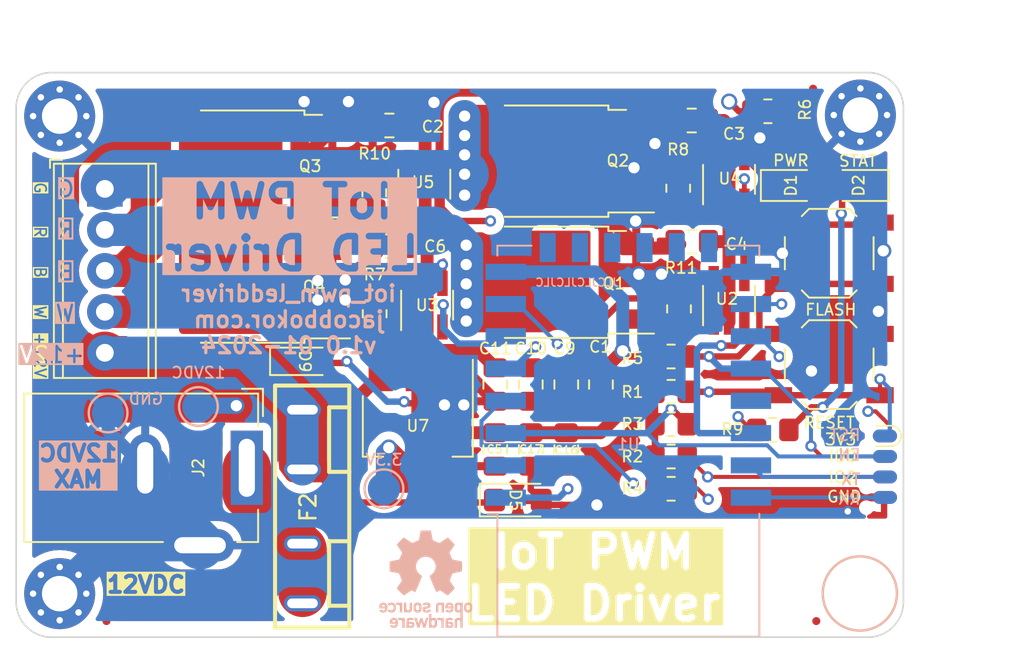
<source format=kicad_pcb>
(kicad_pcb (version 20221018) (generator pcbnew)
  (layers (0 "F.Cu" power) (1 "In1.Cu" power "In1.Cu (GND)") (2 "In2.Cu" mixed) (31 "B.Cu" signal) (34 "B.Paste" user) (35 "F.Paste" user) (36 "B.SilkS" user "B.Silkscreen") (37 "F.SilkS" user "F.Silkscreen") (38 "B.Mask" user) (39 "F.Mask" user) (44 "Edge.Cuts" user))
  (net 0 "")
  (net 1 "+3.3V")
  (net 2 "Earth")
  (net 3 "VDD")
  (net 4 "Net-(D1-A)")
  (net 5 "Net-(D2-A)")
  (net 6 "/LED Driver/LED_R_GND")
  (net 7 "/LED Driver/LED_B_GND")
  (net 8 "/LED Driver/LED_G_GND")
  (net 9 "/GPIO0")
  (net 10 "GPIO2")
  (net 11 "/RX")
  (net 12 "/TX")
  (net 13 "EN")
  (net 14 "/~{RST}")
  (net 15 "GPIO15")
  (net 16 "Net-(U4-OUT)")
  (net 17 "Net-(U1-GPIO16)")
  (net 18 "Net-(U5-OUT)")
  (net 19 "Net-(U2-OUT)")
  (net 21 "/LED Driver/LED_B")
  (net 22 "/LED Driver/LED_R")
  (net 23 "/LED Driver/LED_G")
  (net 31 "/LED Driver/LED_W_GND")
  (net 35 "/LED Driver/LED_R_G")
  (net 36 "/LED Driver/LED_G_G")
  (net 37 "/LED Driver/LED_B_G")
  (net 38 "/LED Driver/LED_W_G")
  (net 39 "Net-(U3-OUT)")
  (net 40 "/LED Driver/LED_W")
  (net 42 "/12VDC IN")
  (footprint "Capacitor_SMD:C_0805_2012Metric_Pad1.18x1.45mm_HandSolder" (layer "F.Cu") (at 139.7 68.3625 -90)
    (fp_text reference "C5")
    (fp_text value "10uF")
  )
  (footprint "Resistor_SMD:R_0805_2012Metric_Pad1.20x1.40mm_HandSolder" (layer "F.Cu") (at 150.6 68.8)
    (fp_text reference "R2")
    (fp_text value "10k" hide)
  )
  (footprint "Fiducial:Fiducial_0.5mm_Mask1mm" (layer "F.Cu") (at 159.6 79)
    (fp_text reference "FID1" hide)
    (fp_text value "Fiducial" hide)
  )
  (footprint "Capacitor_SMD:C_0805_2012Metric_Pad1.18x1.45mm_HandSolder" (layer "F.Cu") (at 151.8775 47.971667 180)
    (fp_text reference "C3")
    (fp_text value "10uF" hide)
  )
  (footprint "MountingHole:MountingHole_2.2mm_M2_ISO7380" (layer "F.Cu") (at 162.3 77.3)
    (fp_text reference "H2" hide)
    (fp_text value "Non-via mounting hole" hide)
  )
  (footprint "Capacitor_SMD:C_0805_2012Metric_Pad1.18x1.45mm_HandSolder" (layer "F.Cu") (at 141.9 64.3375 -90)
    (fp_text reference "C10")
    (fp_text value "10uF" hide)
  )
  (footprint "Package_TO_SOT_SMD:TO-252-2" (layer "F.Cu") (at 124.56 58.298333 180)
    (fp_text reference "Q4")
    (fp_text value "UMW30N06" hide)
  )
  (footprint "Capacitor_SMD:C_0805_2012Metric_Pad1.18x1.45mm_HandSolder" (layer "F.Cu") (at 139.7 64.3375 -90)
    (fp_text reference "C11")
    (fp_text value "10uF" hide)
  )
  (footprint "Resistor_SMD:R_0805_2012Metric_Pad1.20x1.40mm_HandSolder" (layer "F.Cu") (at 132.225 59.948333 -90)
    (fp_text reference "R7")
    (fp_text value "100")
  )
  (footprint "Resistor_SMD:R_0805_2012Metric_Pad1.20x1.40mm_HandSolder" (layer "F.Cu") (at 156.9 67.15 180)
    (fp_text reference "R9")
    (fp_text value "1k" hide)
  )
  (footprint "Fiducial:Fiducial_0.5mm_Mask1mm" (layer "F.Cu") (at 115.6 79)
    (fp_text reference "FID3" hide)
    (fp_text value "Fiducial" hide)
  )
  (footprint "Resistor_SMD:R_0805_2012Metric_Pad1.20x1.40mm_HandSolder" (layer "F.Cu") (at 150.6 66.8)
    (fp_text reference "R3")
    (fp_text value "10k" hide)
  )
  (footprint "Resistor_SMD:R_0805_2012Metric_Pad1.20x1.40mm_HandSolder" (layer "F.Cu") (at 150.6 62.6 180)
    (fp_text reference "R5")
    (fp_text value "10k" hide)
  )
  (footprint "Capacitor_SMD:C_0805_2012Metric_Pad1.18x1.45mm_HandSolder" (layer "F.Cu") (at 146.25 64.3375 -90)
    (fp_text reference "C1")
    (fp_text value "10uF" hide)
  )
  (footprint "Connector_BarrelJack:BarrelJack_GCT_DCJ200-10-A_Horizontal" (layer "F.Cu") (at 124.3 69.5 -90)
    (fp_text reference "J2")
    (fp_text value "12V PWR" hide)
  )
  (footprint "Button_Switch_SMD:SW_SPST_TL3342" (layer "F.Cu") (at 160.4 56.2)
    (fp_text reference "SW2" hide)
    (fp_text value "FLASH")
  )
  (footprint "Package_TO_SOT_SMD:SOT-23-5_HandSoldering" (layer "F.Cu") (at 154.19 59.12 90)
    (fp_text reference "U2")
    (fp_text value "MCP1416" hide)
  )
  (footprint "Package_TO_SOT_SMD:SOT-23-5_HandSoldering" (layer "F.Cu") (at 135.475 59.418333 90)
    (fp_text reference "U3")
    (fp_text value "MCP1416" hide)
  )
  (footprint "jmux-footprints:SOIC_clipProgESP8266" (layer "F.Cu") (at 164.605 69.43 90)
    (fp_text reference "J1" hide)
    (fp_text value "ProgConn-SOICBite" hide)
  )
  (footprint "MountingHole:MountingHole_2.2mm_M2_Pad_Via" (layer "F.Cu") (at 112.7 47.7)
    (fp_text reference "H1" hide)
    (fp_text value "MountingHole_Pad" hide)
  )
  (footprint "jmux-footprints:FUSE-TH_XF-505P" (layer "F.Cu") (at 127.75 71.9 90)
    (fp_text reference "F2")
    (fp_text value "Fuse Holder")
  )
  (footprint "Capacitor_SMD:C_0805_2012Metric_Pad1.18x1.45mm_HandSolder" (layer "F.Cu") (at 144.1 64.3375 -90)
    (fp_text reference "C9")
    (fp_text value "10uF" hide)
  )
  (footprint "Resistor_SMD:R_0805_2012Metric_Pad1.20x1.40mm_HandSolder" (layer "F.Cu") (at 156.6 47.4 180)
    (fp_text reference "R6")
    (fp_text value "1k" hide)
  )
  (footprint "Diode_SMD:D_SOD-323_HandSoldering" (layer "F.Cu") (at 127.75 62.9)
    (fp_text reference "D9")
    (fp_text value "1N5819WS" hide)
  )
  (footprint "Package_TO_SOT_SMD:SOT-223-3_TabPin2" (layer "F.Cu") (at 134.9 66.9 -90)
    (fp_text reference "U7")
    (fp_text value "AMS1117-3.3" hide)
  )
  (footprint "Resistor_SMD:R_0805_2012Metric_Pad1.20x1.40mm_HandSolder" (layer "F.Cu") (at 150.6 64.7875)
    (fp_text reference "R1")
    (fp_text value "10k" hide)
  )
  (footprint "Capacitor_SMD:C_0805_2012Metric_Pad1.18x1.45mm_HandSolder" (layer "F.Cu") (at 144.1 68.3625 -90)
    (fp_text reference "C16")
    (fp_text value "100nF" hide)
  )
  (footprint "Capacitor_SMD:C_0805_2012Metric_Pad1.18x1.45mm_HandSolder" (layer "F.Cu") (at 141.9 68.3625 -90)
    (fp_text reference "C17")
    (fp_text value "10uF" hide)
  )
  (footprint "Resistor_SMD:R_0805_2012Metric_Pad1.20x1.40mm_HandSolder" (layer "F.Cu") (at 151.09 59.65 -90)
    (fp_text reference "R11")
    (fp_text value "100" hide)
  )
  (footprint "Fiducial:Fiducial_0.5mm_Mask1mm" (layer "F.Cu") (at 159.4 46)
    (fp_text reference "FID2" hide)
    (fp_text value "Fiducial" hide)
  )
  (footprint "Resistor_SMD:R_0805_2012Metric_Pad1.20x1.40mm_HandSolder" (layer "F.Cu") (at 150.6 70.8)
    (fp_text reference "R4")
    (fp_text value "10k" hide)
  )
  (footprint "Package_TO_SOT_SMD:SOT-23-5_HandSoldering" (layer "F.Cu") (at 154.19 51.621667 90)
    (fp_text reference "U4")
    (fp_text value "MCP1416" hide)
  )
  (footprint "Capacitor_SMD:C_0805_2012Metric_Pad1.18x1.45mm_HandSolder" (layer "F.Cu") (at 151.8775 55.48 180)
    (fp_text reference "C4")
    (fp_text value "10uF" hide)
  )
  (footprint "Capacitor_SMD:C_0805_2012Metric_Pad1.18x1.45mm_HandSolder" (layer "F.Cu") (at 133.1875 55.768333 180)
    (fp_text reference "C6")
    (fp_text value "10uF")
  )
  (footprint "LED_SMD:LED_0805_2012Metric_Pad1.15x1.40mm_HandSolder" (layer "F.Cu") (at 162.225 52 180)
    (fp_text reference "D2")
    (fp_text value "STAT")
  )
  (footprint "Diode_SMD:D_SMF" (layer "F.Cu") (at 141.1 71.5)
    (fp_text reference "D5")
    (fp_text value "SMF12A" hide)
  )
  (footprint "Button_Switch_SMD:SW_SPST_TL3342" (layer "F.Cu") (at 160.4 63.1)
    (fp_text reference "SW1" hide)
    (fp_text value "RESET")
  )
  (footprint "Resistor_SMD:R_0805_2012Metric_Pad1.20x1.40mm_HandSolder" (layer "F.Cu") (at 132.2 52.45 -90)
    (fp_text reference "R10")
    (fp_text value "100" hide)
  )
  (footprint "Resistor_SMD:R_0805_2012Metric_Pad1.20x1.40mm_HandSolder" (layer "F.Cu") (at 151.04 52.171667 -90)
    (fp_text reference "R8")
    (fp_text value "100" hide)
  )
  (footprint "TerminalBlock_Phoenix:TerminalBlock_Phoenix_MPT-0,5-5-2.54_1x05_P2.54mm_Horizontal" (layer "F.Cu") (at 115.5 52.21 -90)
    (fp_text reference "J3" hide)
    (fp_text value "LED_GRBWA" hide)
  )
  (footprint "LED_SMD:LED_0805_2012Metric_Pad1.15x1.40mm_HandSolder" (layer "F.Cu") (at 158.025 52)
    (fp_text reference "D1")
    (fp_text value "PWR")
  )
  (footprint "MountingHole:MountingHole_2.2mm_M2_Pad_Via" (layer "F.Cu") (at 112.7 77.3)
    (fp_text reference "H4" hide)
    (fp_text value "MountingHole_Pad" hide)
  )
  (footprint "Package_TO_SOT_SMD:SOT-23-5_HandSoldering" (layer "F.Cu") (at 135.3 51.92 90)
    (fp_text reference "U5")
    (fp_text value "MCP1416" hide)
  )
  (footprint "Package_TO_SOT_SMD:TO-252-2" (layer "F.Cu") (at 143.4 58 180)
    (fp_text reference "Q1")
    (fp_text value "UMW30N06" hide)
  )
  (footprint "Package_TO_SOT_SMD:TO-252-2" (layer "F.Cu") (at 124.56 50.8 180)
    (fp_text reference "Q3")
    (fp_text value "UMW30N06" hide)
  )
  (footprint "MountingHole:MountingHole_2.2mm_M2_Pad_Via" (layer "F.Cu") (at 162.333274 47.633274)
    (fp_text reference "H3" hide)
    (fp_text value "MountingHole_Pad" hide)
  )
  (footprint "Package_TO_SOT_SMD:TO-252-2" (layer "F.Cu") (at 143.4 50.491667 180)
    (fp_text reference "Q2")
    (fp_text value "UMW30N06" hide)
  )
  (footprint "Capacitor_SMD:C_0805_2012Metric_Pad1.18x1.45mm_HandSolder" (layer "F.Cu") (at 133.1375 48.28 180)
    (fp_text reference "C2")
    (fp_text value "10uF" hide)
  )
  (footprint "TestPoint:TestPoint_Pad_D2.0mm" (layer "B.Cu") (at 132.8 70.8 180)
    (fp_text reference "TP5" hide)
    (fp_text value "3.3V")
  )
  (footprint "TestPoint:TestPoint_Pad_D2.0mm" (layer "B.Cu") (at 115.7 66.1 180)
    (fp_text reference "TP6" hide)
    (fp_text value "GND")
  )
  (footprint "RF_Module:ESP-12E" (layer "B.Cu") (at 147.95 67.85)
    (fp_text reference "U1")
    (fp_text value "ESP-12F")
  )
  (footprint "Symbol:OSHW-Logo_5.7x6mm_SilkScreen" (layer "B.Cu") (at 135.4 76.4 180)
    (fp_text reference "REF**" hide)
    (fp_text value "OSHW-Logo_5.7x6mm_SilkScreen" hide)
  )
  (footprint "TestPoint:TestPoint_Pad_D2.0mm" (layer "B.Cu") (at 121.3 65.7 180)
    (fp_text reference "TP3" hide)
    (fp_text value "12VDC")
  )
  (gr_circle (center 162.3 77.289924) (end 164.6 77.289924) (stroke (width 0.15)) (fill none) (layer "B.SilkS"))
  (gr_circle (center 162.3 77.289924) (end 164.6 77.289924) (stroke (width 0.15)) (fill none) (layer "F.SilkS"))
  (gr_line locked (start 112.2 45) (end 162.8 45) (stroke (width 0.1)) (layer "Edge.Cuts"))
  (gr_arc locked (start 110 47.2) (mid 110.644365 45.644365) (end 112.2 45) (stroke (width 0.1)) (layer "Edge.Cuts"))
  (gr_line locked (start 165 47.2) (end 165 77.8) (stroke (width 0.1)) (layer "Edge.Cuts"))
  (gr_line locked (start 162.8 80) (end 112.2 80) (stroke (width 0.1)) (layer "Edge.Cuts"))
  (gr_arc locked (start 165 77.8) (mid 164.355635 79.355635) (end 162.8 80) (stroke (width 0.1)) (layer "Edge.Cuts"))
  (gr_line locked (start 110 77.8) (end 110 47.2) (stroke (width 0.1)) (layer "Edge.Cuts"))
  (gr_arc locked (start 112.2 80) (mid 110.644365 79.355635) (end 110 77.8) (stroke (width 0.1)) (layer "Edge.Cuts"))
  (gr_arc locked (start 162.8 45) (mid 164.355635 45.644365) (end 165 47.2) (stroke (width 0.1)) (layer "Edge.Cuts"))
  (gr_text "B" (at 113.7 57.95) (layer "B.SilkS" knockout) (effects (font (size 1 1)) (justify left bottom mirror)))
  (gr_text "G" (at 113.7 52.8) (layer "B.SilkS" knockout) (effects (font (size 1 1)) (justify left bottom mirror)))
  (gr_text "R" (at 113.7 55.3) (layer "B.SilkS" knockout) (effects (font (size 1 1)) (justify left bottom mirror)))
  (gr_text locked "IoT PWM\nLED Driver" (at 127.1 57.4) (layer "B.SilkS" knockout) (effects (font (size 2 2) (thickness 0.4) bold) (justify bottom mirror)))
  (gr_text "JLCJLCJLCJLC" (at 147.4 58.3) (layer "B.SilkS") (effects (font (size 0.5 0.5) (thickness 0.09) bold) (justify left bottom mirror)))
  (gr_text locked "iot_pwm_leddriver\njacobbokor.com\nv1.0 01-2024" (at 126.9 62.5) (layer "B.SilkS") (effects (font (size 1 1) (thickness 0.2) bold) (justify bottom mirror)))
  (gr_text "W" (at 113.7 60.525) (layer "B.SilkS" knockout) (effects (font (size 1 1)) (justify left bottom mirror)))
  (gr_text "+12V\n" (at 114.325 63.075) (layer "B.SilkS" knockout) (effects (font (size 1 1)) (justify left bottom mirror)))
  (gr_text "12VDC\nMAX" (at 113.85 70.8) (layer "B.SilkS" knockout) (effects (font (size 1 1) (thickness 0.25) bold) (justify bottom mirror)))
  (gr_text "G" (at 111.075 51.725 270) (layer "F.SilkS" knockout) (effects (font (size 0.7 0.7) (thickness 0.11)) (justify left bottom)))
  (gr_text "B" (at 111.075 56.95 270) (layer "F.SilkS" knockout) (effects (font (size 0.7 0.7) (thickness 0.11)) (justify left bottom)))
  (gr_text locked "IoT PWM\nLED Driver" (at 145.8 79.1) (layer "F.SilkS" knockout) (effects (font (size 2 2) (thickness 0.4) bold) (justify bottom)))
  (gr_text "R" (at 111.075 54.45 270) (layer "F.SilkS" knockout) (effects (font (size 0.7 0.7) (thickness 0.11)) (justify left bottom)))
  (gr_text "W" (at 111.075 59.375 270) (layer "F.SilkS" knockout) (effects (font (size 0.7 0.7) (thickness 0.11)) (justify left bottom)))
  (gr_text "+12V\n" (at 111.075 61.05 270) (layer "F.SilkS" knockout) (effects (font (size 0.7 0.7) (thickness 0.11)) (justify left bottom)))
  (gr_text "12VDC" (at 118.05 77.325) (layer "F.SilkS" knockout) (effects (font (size 1 1) (thickness 0.25) bold) (justify bottom)))
  (segment (start 163.28 66) (end 162.8 66) (width 0.25) (layer "F.Cu") (net 1))
  (segment (start 147.95 62.6) (end 147.6 62.25) (width 0.4) (layer "F.Cu") (net 1))
  (segment (start 155.6 47.4) (end 154.8 47.4) (width 0.4) (layer "F.Cu") (net 1))
  (segment (start 154.8 47.4) (end 154.2 46.8) (width 0.4) (layer "F.Cu") (net 1))
  (segment (start 133.1 68.25) (end 134.9 70.05) (width 1) (layer "F.Cu") (net 1))
  (segment (start 134.9 67.325) (end 134.9 70.05) (width 0.8) (layer "F.Cu") (net 1))
  (segment (start 147.502 64.552) (end 146.25 63.3) (width 0.8) (layer "F.Cu") (net 1))
  (segment (start 147.502 66.04127) (end 147.502 64.552) (width 0.8) (layer "F.Cu") (net 1))
  (segment (start 164.155 66.875) (end 163.28 66) (width 0.25) (layer "F.Cu") (net 1))
  (segment (start 146.21827 67.325) (end 147.502 66.04127) (width 0.8) (layer "F.Cu") (net 1))
  (segment (start 130.4 63) (end 130.5 62.9) (width 0.4) (layer "F.Cu") (net 1))
  (segment (start 149.6 67.9) (end 149.6 68.8) (width 0.4) (layer "F.Cu") (net 1))
  (segment (start 146.25 63.3) (end 146.55 63.3) (width 0.8) (layer "F.Cu") (net 1))
  (segment (start 144.1 67.325) (end 146.21827 67.325) (width 0.8) (layer "F.Cu") (net 1))
  (segment (start 134.9 65.5) (end 134.9 70.05) (width 0.8) (layer "F.Cu") (net 1))
  (segment (start 149.6 62.6) (end 147.95 62.6) (width 0.4) (layer "F.Cu") (net 1))
  (segment (start 134.9 63.75) (end 134.9 65.5) (width 0.8) (layer "F.Cu") (net 1))
  (segment (start 164.155 67.525) (end 164.155 66.875) (width 0.25) (layer "F.Cu") (net 1))
  (segment (start 129 63) (end 130.4 63) (width 0.4) (layer "F.Cu") (net 1))
  (segment (start 134.15 65.5) (end 134.9 65.5) (width 0.4) (layer "F.Cu") (net 1))
  (segment (start 149.6 62.6) (end 149.6 67.9) (width 0.4) (layer "F.Cu") (net 1))
  (segment (start 146.55 63.3) (end 147.6 62.25) (width 0.8) (layer "F.Cu") (net 1))
  (segment (start 139.7 67.325) (end 134.9 67.325) (width 0.8) (layer "F.Cu") (net 1))
  (segment (start 134.05 65.4) (end 134.15 65.5) (width 0.4) (layer "F.Cu") (net 1))
  (segment (start 144.1 67.325) (end 139.7 67.325) (width 0.8) (layer "F.Cu") (net 1))
  (via (at 147.6 62.25) (size 1) (drill 0.7) (layers "F.Cu" "B.Cu") (net 1))
  (via (at 130.5 62.9) (size 0.7) (drill 0.4) (layers "F.Cu" "B.Cu") (net 1))
  (via (at 154.2 46.8) (size 1) (drill 0.7) (layers "F.Cu" "B.Cu") (net 1))
  (via (at 162.8 66) (size 0.7) (drill 0.4) (layers "F.Cu" "B.Cu") (net 1))
  (via (at 133.1 68.25) (size 1) (drill 0.7) (layers "F.Cu" "B.Cu") (net 1))
  (via (at 134.05 65.4) (size 0.7) (drill 0.4) (layers "F.Cu" "B.Cu") (net 1))
  (segment (start 134.05 65.4) (end 133 65.4) (width 0.4) (layer "B.Cu") (net 1))
  (segment (start 145.9 57.35) (end 140.35 57.35) (width 0.8) (layer "B.Cu") (net 1))
  (segment (start 132.8 68.55) (end 133.1 68.25) (width 1) (layer "B.Cu") (net 1))
  (segment (start 133 65.4) (end 130.5 62.9) (width 0.4) (layer "B.Cu") (net 1))
  (segment (start 147.6 59.05) (end 145.9 57.35) (width 0.8) (layer "B.Cu") (net 1))
  (segment (start 132.8 70.8) (end 132.8 68.55) (width 1) (layer "B.Cu") (net 1))
  (segment (start 147.6 62.25) (end 147.6 59.05) (width 0.8) (layer "B.Cu") (net 1))
  (segment (start 132.185 48.543333) (end 132.425 48.303333) (width 0.8) (layer "F.Cu") (net 2))
  (segment (start 127.973 54.391333) (end 127.973 50.147) (width 0.8) (layer "F.Cu") (net 2))
  (segment (start 148.74 55.886666) (end 150.9 55.886666) (width 0.8) (layer "F.Cu") (net 2))
  (segment (start 146 71.8) (end 142.85 71.8) (width 0.4) (layer "F.Cu") (net 2))
  (segment (start 137.2 63.75) (end 138.075 63.75) (width 0.8) (layer "F.Cu") (net 2))
  (segment (start 151.1 48.211666) (end 151.34 47.971666) (width 0.8) (layer "F.Cu") (net 2))
  (segment (start 163.25 54) (end 163.55 54.3) (width 0.4) (layer "F.Cu") (net 2))
  (segment (start 146.813 54.093) (end 146.813 49.838667) (width 0.8) (layer "F.Cu") (net 2))
  (segment (start 144.1 65.375) (end 139.7 65.375) (width 0.8) (layer "F.Cu") (net 2))
  (segment (start 163.25 52) (end 163.25 54) (width 0.4) (layer "F.Cu") (net 2))
  (segment (start 155.14 57.77) (end 155.14 56.41) (width 0.5) (layer "F.Cu") (net 2))
  (segment (start 133.53 46.85) (end 135.9 46.85) (width 0.5) (layer "F.Cu") (net 2))
  (segment (start 132.1 48.28) (end 133.53 46.85) (width 0.5) (layer "F.Cu") (net 2))
  (segment (start 161.55 72.2) (end 162.415 71.335) (width 0.25) (layer "F.Cu") (net 2))
  (segment (start 156.425 55.125) (end 157.25 54.3) (width 0.5) (layer "F.Cu") (net 2))
  (segment (start 137.2 64.95) (end 137.75 65.6) (width 1) (layer "F.Cu") (net 2))
  (segment (start 155.14 56.41) (end 156.425 55.125) (width 0.5) (layer "F.Cu") (net 2))
  (segment (start 129.825 55.768333) (end 129.575 56.018333) (width 0.8) (layer "F.Cu") (net 2))
  (segment (start 141.9 69.4) (end 141.9 70.85) (width 0.4) (layer "F.Cu") (net 2))
  (segment (start 150.9 55.886666) (end 151.14 55.646666) (width 0.8) (layer "F.Cu") (net 2))
  (segment (start 157.377 54.427) (end 163.423 54.427) (width 0.4) (layer "F.Cu") (net 2))
  (segment (start 155.14 50.271667) (end 155.271667 50.271667) (width 0.5) (layer "F.Cu") (net 2))
  (segment (start 155.271667 50.271667) (end 157 52) (width 0.5) (layer "F.Cu") (net 2))
  (segment (start 146.25 65.375) (end 144.1 65.375) (width 1) (layer "F.Cu") (net 2))
  (segment (start 127.973 50.147) (end 129.6 48.52) (width 0.8) (layer "F.Cu") (net 2))
  (segment (start 162.415 71.335) (end 164.155 71.335) (width 0.25) (layer "F.Cu") (net 2))
  (segment (start 157.25 54.3) (end 157.377 54.427) (width 0.4) (layer "F.Cu") (net 2))
  (segment (start 138.075 63.75) (end 139.7 65.375) (width 0.8) (layer "F.Cu") (net 2))
  (segment (start 157.5 56.2) (end 156.425 55.125) (width 0.4) (layer "F.Cu") (net 2))
  (segment (start 146.813 49.838667) (end 148.44 48.211667) (width 0.8) (layer "F.Cu") (net 2))
  (segment (start 136.25 47.2) (end 135.9 46.85) (width 0.5) (layer "F.Cu") (net 2))
  (segment (start 137.2 63.75) (end 137.2 64.95) (width 1) (layer "F.Cu") (net 2))
  (segment (start 137.75 65.6) (end 136.55 65.6) (width 1) (layer "F.Cu") (net 2))
  (segment (start 157 54.05) (end 157.25 54.3) (width 0.8) (layer "F.Cu") (net 2))
  (segment (start 132.125 55.768333) (end 129.825 55.768333) (width 0.8) (layer "F.Cu") (net 2))
  (segment (start 163.75 54.5) (end 163.55 54.3) (width 0.4) (layer "F.Cu") (net 2))
  (segment (start 136.425 56.9) (end 136.425 58.068333) (width 0.4) (layer "F.Cu") (net 2))
  (segment (start 163.423 54.427) (end 163.55 54.3) (width 0.4) (layer "F.Cu") (net 2))
  (segment (start 142.85 71.8) (end 142.55 71.5) (width 0.4) (layer "F.Cu") (net 2))
  (segment (start 136.25 50.57) (end 136.25 47.2) (width 0.5) (layer "F.Cu") (net 2))
  (segment (start 144.1 69.4) (end 139.7 69.4) (width 0.8) (layer "F.Cu") (net 2))
  (segment (start 129.925 48.543333) (end 132.185 48.543333) (width 0.8) (layer "F.Cu") (net 2))
  (segment (start 129.6 56.018333) (end 127.973 54.391333) (width 0.8) (layer "F.Cu") (net 2))
  (segment (start 148.44 55.72) (end 146.813 54.093) (width 0.8) (layer "F.Cu") (net 2))
  (segment (start 148.94 48.211666) (end 151.1 48.211666) (width 0.8) (layer "F.Cu") (net 2))
  (segment (start 157 52) (end 157 54.05) (width 0.8) (layer "F.Cu") (net 2))
  (segment (start 141.9 70.85) (end 142.55 71.5) (width 0.4) (layer "F.Cu") (net 2))
  (segment (start 146.25 65.375) (end 139.7 65.375) (width 1) (layer "F.Cu") (net 2))
  (segment (start 163.75 56.05) (end 163.75 54.5) (width 0.4) (layer "F.Cu") (net 2))
  (via (at 127.85 46.8) (size 1) (drill 0.7) (layers "F.Cu" "B.Cu") (net 2))
  (via (at 149.6 49.4) (size 1) (drill 0.7) (layers "F.Cu" "B.Cu") (net 2))
  (via (at 146 71.8) (size 1) (drill 0.7) (layers "F.Cu" "B.Cu") (net 2))
  (via (at 128.7 57.9) (size 1) (drill 0.7) (layers "F.Cu" "B.Cu") (net 2))
  (via (at 157.5 56.2) (size 1) (drill 0.7) (layers "F.Cu" "B.Cu") (net 2))
  (via (at 135.9 46.85) (size 1) (drill 0.7) (layers "F.Cu" "B.Cu") (net 2))
  (via (at 137.75 65.6) (size 1) (drill 0.7) (layers "F.Cu" "B.Cu") (net 2))
  (via (at 156.1 49.05) (size 1) (drill 0.7) (layers "F.Cu" "B.Cu") (net 2))
  (via (at 130.6 46.8) (size 1) (drill 0.7) (layers "F.Cu" "B.Cu") (net 2))
  (via (at 161.55 72.2) (size 0.7) (drill 0.4) (layers "F.Cu" "B.Cu") (net 2))
  (via (at 148.3 50.9) (size 1) (drill 0.7) (layers "F.Cu" "B.Cu") (net 2))
  (via (at 130.4 57.85) (size 1) (drill 0.7) (layers "F.Cu" "B.Cu") (net 2))
  (via (at 128.7 59.1) (size 1) (drill 0.7) (layers "F.Cu" "B.Cu") (net 2))
  (via (at 136.55 65.6) (size 1) (drill 0.7) (layers "F.Cu" "B.Cu") (net 2))
  (via (at 159.3 63.5) (size 1) (drill 0.7) (layers "F.Cu" "B.Cu") (net 2))
  (via (at 148.4 54.2) (size 1) (drill 0.7) (layers "F.Cu" "B.Cu") (net 2))
  (via (at 130.4 59.1) (size 1) (drill 0.7) (layers "F.Cu" "B.Cu") (net 2))
  (via (at 136.425 56.9) (size 0.7) (drill 0.4) (layers "F.Cu" "B.Cu") (net 2))
  (via (at 163.45 59.8) (size 1) (drill 0.7) (layers "F.Cu" "B.Cu") (net 2))
  (via (at 163.75 56.05) (size 1) (drill 0.7) (layers "F.Cu" "B.Cu") (net 2))
  (via (at 148.6 57.5) (size 1) (drill 0.7) (layers "F.Cu" "B.Cu") (net 2))
  (via (at 150 57.5) (size 1) (drill 0.7) (layers "F.Cu" "B.Cu") (net 2))
  (segment (start 119.175 72.075) (end 119.175 73.325) (width 2) (layer "B.Cu") (net 2))
  (segment (start 118 70.9) (end 118 69.5) (width 3) (layer "B.Cu") (net 2))
  (segment (start 119.175 72.075) (end 117.925 72.075) (width 2) (layer "B.Cu") (net 2))
  (segment (start 118 69.5) (end 118 72) (width 2) (layer "B.Cu") (net 2))
  (segment (start 115.7 67.2) (end 118 69.5) (width 0.8) (layer "B.Cu") (net 2))
  (segment (start 115.7 66.1) (end 115.7 67.2) (width 0.8) (layer "B.Cu") (net 2))
  (segment (start 119.175 73.325) (end 118.2 74.3) (width 2) (layer "B.Cu") (net 2))
  (segment (start 121.4 74.3) (end 118.2 74.3) (width 2) (layer "B.Cu") (net 2))
  (segment (start 115.7 74.3) (end 112.7 77.3) (width 2) (layer "B.Cu") (net 2))
  (segment (start 121.4 74.3) (end 119.175 72.075) (width 3) (layer "B.Cu") (net 2))
  (segment (start 117.25 72.75) (end 115.7 74.3) (width 2) (layer "B.Cu") (net 2))
  (segment (start 119.175 71.375) (end 119.175 72.075) (width 0.4) (layer "B.Cu") (net 2))
  (segment (start 117.925 72.075) (end 117.25 72.75) (width 2) (layer "B.Cu") (net 2))
  (segment (start 118.2 74.3) (end 115.7 74.3) (width 2) (layer "B.Cu") (net 2))
  (segment (start 119.175 72.075) (end 118 70.9) (width 3) (layer "B.Cu") (net 2))
  (segment (start 118 72) (end 117.25 72.75) (width 2) (layer "B.Cu") (net 2))
  (segment (start 130.45 71.65) (end 127.75 68.95) (width 0.4) (layer "F.Cu") (net 3))
  (segment (start 135.475 55.793333) (end 135.35 55.668333) (width 0.8) (layer "F.Cu") (net 3))
  (segment (start 145.6645 61.032572) (end 145.6645 62.3855) (width 0.4) (layer "F.Cu") (net 3))
  (segment (start 134.175 48.28) (end 135.331667 48.28) (width 0.8) (layer "F.Cu") (net 3))
  (segment (start 128.5 65.25) (end 127.75 64.5) (width 0.8) (layer "F.Cu") (net 3))
  (segment (start 149.55 59) (end 147.697072 59) (width 0.4) (layer "F.Cu") (net 3))
  (segment (start 116.093 63.15) (end 115.5 62.557) (width 3) (layer "F.Cu") (net 3))
  (segment (start 144.1 63.3) (end 139.7 63.3) (width 0.8) (layer "F.Cu") (net 3))
  (segment (start 125.62 62.37) (end 115.5 62.37) (width 1) (layer "F.Cu") (net 3))
  (segment (start 123.65 65.65) (end 123.65 63.3) (width 1) (layer "F.Cu") (net 3))
  (segment (start 154.19 55.491666) (end 154.19 59.1) (width 0.8) (layer "F.Cu") (net 3))
  (segment (start 132.6 62.9) (end 132.6 63.75) (width 0.8) (layer "F.Cu") (net 3))
  (segment (start 139.7 71.65) (end 130.45 71.65) (width 0.4) (layer "F.Cu") (net 3))
  (segment (start 135.475 60.768333) (end 135.475 55.793333) (width 0.8) (layer "F.Cu") (net 3))
  (segment (start 123.5 63.15) (end 116.093 63.15) (width 3) (layer "F.Cu") (net 3))
  (segment (start 123.65 63.3) (end 123.5 63.15) (width 1) (layer "F.Cu") (net 3))
  (segment (start 154.19 55.491666) (end 154.19 52.971667) (width 0.8) (layer "F.Cu") (net 3))
  (segment (start 154.19 59.1) (end 154.19 60.47) (width 0.8) (layer "F.Cu") (net 3))
  (segment (start 125.65 63.15) (end 123.5 63.15) (width 3) (layer "F.Cu") (net 3))
  (segment (start 154.19 48.291666) (end 153.870001 47.971667) (width 0.8) (layer "F.Cu") (net 3))
  (segment (start 135.229333 62.223) (end 138.623 62.223) (width 0.8) (layer "F.Cu") (net 3))
  (segment (start 132.6 63.75) (end 131.1 65.25) (width 0.8) (layer "F.Cu") (net 3))
  (segment (start 127.75 64.5) (end 125.62 62.37) (width 1) (layer "F.Cu") (net 3))
  (segment (start 152.95 59.1) (end 152.45 59.6) (width 0.4) (layer "F.Cu") (net 3))
  (segment (start 131.1 65.25) (end 128.5 65.25) (width 0.8) (layer "F.Cu") (net 3))
  (segment (start 147.697072 59) (end 145.6645 61.032572) (width 0.4) (layer "F.Cu") (net 3))
  (segment (start 135.229333 62.223) (end 133.277 62.223) (width 0.8) (layer "F.Cu") (net 3))
  (segment (start 127.75 65.25) (end 125.65 63.15) (width 3) (layer "F.Cu") (net 3))
  (segment (start 152.45 59.6) (end 150.15 59.6) (width 0.4) (layer "F.Cu") (net 3))
  (segment (start 135.475 61.977333) (end 135.229333 62.223) (width 0.8) (layer "F.Cu") (net 3))
  (segment (start 145.6645 62.3855) (end 145.0145 62.3855) (width 0.4) (layer "F.Cu") (net 3))
  (segment (start 135.331667 48.28) (end 135.35 48.298333) (width 0.8) (layer "F.Cu") (net 3))
  (segment (start 154.19 59.1) (end 152.95 59.1) (width 0.4) (layer "F.Cu") (net 3))
  (segment (start 135.45 55.768333) (end 135.475 55.793333) (width 0.8) (layer "F.Cu") (net 3))
  (segment (start 135.35 55.668333) (end 135.35 48.298333) (width 0.8) (layer "F.Cu") (net 3))
  (segment (start 152.915 55.48) (end 154.178334 55.48) (width 0.8) (layer "F.Cu") (net 3))
  (segment (start 138.623 62.223) (end 139.7 63.3) (width 0.8) (layer "F.Cu") (net 3))
  (segment (start 134.225 55.768333) (end 135.45 55.768333) (width 0.8) (layer "F.Cu") (net 3))
  (segment (start 127.75 65.25) (end 127.75 68.95) (width 3) (layer "F.Cu") (net 3))
  (segment (start 127.75 65.25) (end 127.75 64.5) (width 1) (layer "F.Cu") (net 3))
  (segment (start 150.15 59.6) (end 149.55 59) (width 0.4) (layer "F.Cu") (net 3))
  (segment (start 133.277 62.223) (end 132.6 62.9) (width 0.8) (layer "F.Cu") (net 3))
  (segment (start 154.178334 55.48) (end 154.19 55.491666) (width 0.8) (layer "F.Cu") (net 3))
  (segment (start 153.870001 47.971667) (end 152.915 47.971667) (width 0.8) (layer "F.Cu") (net 3))
  (segment (start 154.19 52.971667) (end 154.19 48.291666) (width 0.8) (layer "F.Cu") (net 3))
  (segment (start 135.475 60.768333) (end 135.475 61.977333) (width 0.8) (layer "F.Cu") (net 3))
  (segment (start 145.0145 62.3855) (end 144.1 63.3) (width 0.4) (layer "F.Cu") (net 3))
  (via (at 123.65 65.65) (size 1) (drill 0.7) (layers "F.Cu" "B.Cu") (net 3))
  (segment (start 121.35 65.65) (end 123.65 65.65) (width 1) (layer "B.Cu") (net 3))
  (segment (start 124.22 62.37) (end 115.5 62.37) (width 2) (layer "B.Cu") (net 3))
  (segment (start 127.75 69.6) (end 127.75 65.9) (width 2) (layer "B.Cu") (net 3))
  (segment (start 127.75 65.9) (end 124.22 62.37) (width 2) (layer "B.Cu") (net 3))
  (segment (start 157.6 47.45) (end 159.05 48.9) (width 0.4) (layer "F.Cu") (net 4))
  (segment (start 157.6 47.4) (end 157.6 47.45) (width 0.4) (layer "F.Cu") (net 4))
  (segment (start 159.05 48.9) (end 159.05 52) (width 0.4) (layer "F.Cu") (net 4))
  (segment (start 159.3 65.75) (end 157.9 67.15) (width 0.4) (layer "F.Cu") (net 5))
  (segment (start 161.2 53.7) (end 161.15 53.75) (width 0.4) (layer "F.Cu") (net 5))
  (segment (start 161.2 52) (end 161.2 53.7) (width 0.4) (layer "F.Cu") (net 5))
  (segment (start 160 65.75) (end 159.3 65.75) (width 0.4) (layer "F.Cu") (net 5))
  (via (at 160 65.75) (size 0.7) (drill 0.4) (layers "F.Cu" "B.Cu") (net 5))
  (via (at 161.15 53.75) (size 0.7) (drill 0.4) (layers "F.Cu" "B.Cu") (net 5))
  (segment (start 161.15 53.75) (end 161.15 64.6) (width 0.4) (layer "B.Cu") (net 5))
  (segment (start 161.15 64.6) (end 160 65.75) (width 0.4) (layer "B.Cu") (net 5))
  (via (at 137.898 58.1) (size 1) (drill 0.7) (layers "F.Cu" "B.Cu") (net 6))
  (via (at 137.898 55.7) (size 1) (drill 0.7) (layers "F.Cu" "B.Cu") (net 6))
  (via (at 137.9 60.402) (size 1) (drill 0.7) (layers "F.Cu" "B.Cu") (net 6))
  (via (at 137.898 59.3) (size 1) (drill 0.7) (layers "F.Cu" "B.Cu") (net 6))
  (via (at 137.898 56.9) (size 1) (drill 0.7) (layers "F.Cu" "B.Cu") (net 6))
  (segment (start 118.85 54.75) (end 115.5 54.75) (width 2) (layer "B.Cu") (net 6))
  (segment (start 118.227 54.8) (end 118.227 54.75) (width 3) (layer "B.Cu") (net 6))
  (segment (start 137.952 55.754) (end 137.898 55.7) (width 2) (layer "B.Cu") (net 6))
  (segment (start 135.9 54.8) (end 118.227 54.8) (width 3) (layer "B.Cu") (net 6))
  (segment (start 136.998 54.8) (end 137.898 55.7) (width 2) (layer "B.Cu") (net 6))
  (segment (start 137.9 60.402) (end 137.952 60.35) (width 2) (layer "B.Cu") (net 6))
  (segment (start 137.952 60.35) (end 137.952 55.754) (width 2) (layer "B.Cu") (net 6))
  (segment (start 135.9 54.8) (end 136.998 54.8) (width 2) (layer "B.Cu") (net 6))
  (segment (start 115.5 57.29) (end 116.66 57.29) (width 2) (layer "F.Cu") (net 7))
  (segment (start 116.66 57.29) (end 121.625 52.325) (width 2) (layer "F.Cu") (net 7))
  (via (at 137.8 50.1) (size 1) (drill 0.7) (layers "F.Cu" "B.Cu") (net 8))
  (via (at 137.8 51.3) (size 1) (drill 0.7) (layers "F.Cu" "B.Cu") (net 8))
  (via (at 137.8 48.9) (size 1) (drill 0.7) (layers "F.Cu" "B.Cu") (net 8))
  (via (at 137.8 47.7) (size 1) (drill 0.7) (layers "F.Cu" "B.Cu") (net 8))
  (via (at 137.8 52.6) (size 1) (drill 0.7) (layers "F.Cu" "B.Cu") (net 8))
  (segment (start 116.223 51.3) (end 115.5 52.023) (width 3) (layer "B.Cu") (net 8))
  (segment (start 137.8 51.3) (end 116.223 51.3) (width 3) (layer "B.Cu") (net 8))
  (segment (start 137.8 52.6) (end 137.41 52.21) (width 2) (layer "B.Cu") (net 8))
  (segment (start 137.8 47.7) (end 137.8 52.6) (width 2) (layer "B.Cu") (net 8))
  (segment (start 159.9185 68.795) (end 159.270506 68.147006) (width 0.25) (layer "F.Cu") (net 9))
  (segment (start 157.25 58.1) (end 163.55 58.1) (width 0.4) (layer "F.Cu") (net 9))
  (segment (start 156.073 61.296) (end 156.073 59.277) (width 0.4) (layer "F.Cu") (net 9))
  (segment (start 151.6 62.6) (end 152.95 62.6) (width 0.4) (layer "F.Cu") (net 9))
  (segment (start 164.155 68.795) (end 159.9185 68.795) (width 0.25) (layer "F.Cu") (net 9))
  (segment (start 154.769 62.6) (end 156.073 61.296) (width 0.4) (layer "F.Cu") (net 9))
  (segment (start 156.073 59.277) (end 157.25 58.1) (width 0.4) (layer "F.Cu") (net 9))
  (segment (start 152.95 62.6) (end 154.769 62.6) (width 0.4) (layer "F.Cu") (net 9))
  (via (at 152.95 62.6) (size 0.7) (drill 0.4) (layers "F.Cu" "B.Cu") (net 9))
  (via (at 159.270506 68.147006) (size 0.7) (drill 0.4) (layers "F.Cu" "B.Cu") (net 9))
  (segment (start 155.55 63.35) (end 153.7 63.35) (width 0.4) (layer "B.Cu") (net 9))
  (segment (start 159.270506 66.320506) (end 156.3 63.35) (width 0.25) (layer "B.Cu") (net 9))
  (segment (start 153.7 63.35) (end 152.95 62.6) (width 0.4) (layer "B.Cu") (net 9))
  (segment (start 159.270506 68.147006) (end 159.270506 66.320506) (width 0.25) (layer "B.Cu") (net 9))
  (segment (start 156.3 63.35) (end 155.55 63.35) (width 0.25) (layer "B.Cu") (net 9))
  (segment (start 164.155 70.065) (end 152.865 70.065) (width 0.25) (layer "F.Cu") (net 10))
  (segment (start 152.865 70.065) (end 151.6 68.8) (width 0.25) (layer "F.Cu") (net 10))
  (via (at 157.3 62.6) (size 0.7) (drill 0.4) (layers "F.Cu" "B.Cu") (net 10))
  (via (at 152.865 70.065) (size 0.7) (drill 0.4) (layers "F.Cu" "B.Cu") (net 10))
  (segment (start 155.55 61.35) (end 156.05 61.35) (width 0.25) (layer "B.Cu") (net 10))
  (segment (start 156.05 61.35) (end 157.3 62.6) (width 0.25) (layer "B.Cu") (net 10))
  (segment (start 155.565 71.335) (end 164.155 71.335) (width 0.25) (layer "B.Cu") (net 11))
  (segment (start 155.565 71.335) (end 155.55 71.35) (width 0.25) (layer "B.Cu") (net 11))
  (segment (start 164.155 70.065) (end 156.265 70.065) (width 0.25) (layer "B.Cu") (net 12))
  (segment (start 156.265 70.065) (end 155.55 69.35) (width 0.25) (layer "B.Cu") (net 12))
  (segment (start 150.65 65.85) (end 151.6 66.8) (width 0.4) (layer "F.Cu") (net 13))
  (segment (start 150.6 65.85) (end 150.65 65.85) (width 0.4) (layer "F.Cu") (net 13))
  (via (at 150.6 65.85) (size 0.7) (drill 0.4) (layers "F.Cu" "B.Cu") (net 13))
  (segment (start 156.556 68.102) (end 149.852 68.102) (width 0.25) (layer "B.Cu") (net 13))
  (segment (start 149.1 67.35) (end 150.6 65.85) (width 0.4) (layer "B.Cu") (net 13))
  (segment (start 157.249 68.795) (end 156.556 68.102) (width 0.25) (layer "B.Cu") (net 13))
  (segment (start 149.852 68.102) (end 149.1 67.35) (width 0.25) (layer "B.Cu") (net 13))
  (segment (start 164.155 68.795) (end 157.249 68.795) (width 0.25) (layer "B.Cu") (net 13))
  (segment (start 140.35 67.35) (end 149.1 67.35) (width 0.4) (layer "B.Cu") (net 13))
  (segment (start 151.6 64.7875) (end 152.9375 64.7875) (width 0.4) (layer "F.Cu") (net 14))
  (segment (start 152.9625 64.7875) (end 156.7625 64.7875) (width 0.4) (layer "F.Cu") (net 14))
  (segment (start 163.55 65) (end 157.25 65) (width 0.4) (layer "F.Cu") (net 14))
  (segment (start 152.95 64.8) (end 152.9625 64.7875) (width 0.4) (layer "F.Cu") (net 14))
  (segment (start 152.9375 64.7875) (end 152.95 64.8) (width 0.4) (layer "F.Cu") (net 14))
  (segment (start 163.55 64) (end 163.55 65) (width 0.25) (layer "F.Cu") (net 14))
  (via (at 144.2 70.8) (size 0.7) (drill 0.4) (layers "F.Cu" "B.Cu") (net 14))
  (via (at 163.55 64) (size 0.7) (drill 0.4) (layers "F.Cu" "B.Cu") (net 14))
  (via (at 152.95 64.8) (size 0.7) (drill 0.4) (layers "F.Cu" "B.Cu") (net 14))
  (segment (start 140.35 71.35) (end 143.65 71.35) (width 0.4) (layer "B.Cu") (net 14))
  (segment (start 143.65 71.35) (end 144.2 70.8) (width 0.4) (layer "B.Cu") (net 14))
  (segment (start 164.155 64.605) (end 163.55 64) (width 0.25) (layer "B.Cu") (net 14))
  (segment (start 164.155 67.525) (end 164.155 64.605) (width 0.25) (layer "B.Cu") (net 14))
  (segment (start 151.6 70.8) (end 152.25 70.8) (width 0.25) (layer "F.Cu") (net 15))
  (segment (start 152.25 70.8) (end 152.9 71.45) (width 0.25) (layer "F.Cu") (net 15))
  (via (at 152.9 71.45) (size 0.7) (drill 0.4) (layers "F.Cu" "B.Cu") (net 15))
  (via (at 157.45 59.35) (size 0.7) (drill 0.4) (layers "F.Cu" "B.Cu") (net 15))
  (segment (start 157.45 59.35) (end 155.55 59.35) (width 0.25) (layer "B.Cu") (net 15))
  (segment (start 152.340001 51.171666) (end 153.24 50.271667) (width 0.8) (layer "F.Cu") (net 16))
  (segment (start 151.54 51.171666) (end 152.340001 51.171666) (width 0.8) (layer "F.Cu") (net 16))
  (segment (start 155.573498 67.15) (end 154.75 66.326502) (width 0.25) (layer "F.Cu") (net 17))
  (segment (start 155.9 67.15) (end 155.573498 67.15) (width 0.25) (layer "F.Cu") (net 17))
  (via (at 148.253358 70.453358) (size 0.7) (drill 0.4) (layers "F.Cu" "B.Cu") (net 17))
  (via (at 154.75 66.326502) (size 0.7) (drill 0.4) (layers "F.Cu" "B.Cu") (net 17))
  (segment (start 138.848 66.598) (end 138.848 68.102) (width 0.25) (layer "B.Cu") (net 17))
  (segment (start 138.848 68.102) (end 145.902 68.102) (width 0.25) (layer "B.Cu") (net 17))
  (segment (start 140.35 65.35) (end 140.096 65.35) (width 0.25) (layer "B.Cu") (net 17))
  (segment (start 145.902 68.102) (end 148.253358 70.453358) (width 0.25) (layer "B.Cu") (net 17))
  (segment (start 140.096 65.35) (end 138.848 66.598) (width 0.25) (layer "B.Cu") (net 17))
  (segment (start 132.525 51.473333) (end 133.446667 51.473333) (width 0.8) (layer "F.Cu") (net 18))
  (segment (start 133.446667 51.473333) (end 134.35 50.57) (width 0.8) (layer "F.Cu") (net 18))
  (segment (start 152.193334 58.816666) (end 153.24 57.77) (width 0.8) (layer "F.Cu") (net 19))
  (segment (start 151.39 58.816666) (end 152.193334 58.816666) (width 0.8) (layer "F.Cu") (net 19))
  (segment (start 137.18 54.2) (end 139.4 54.2) (width 0.4) (layer "F.Cu") (net 21))
  (segment (start 136.25 53.27) (end 137.18 54.2) (width 0.4) (layer "F.Cu") (net 21))
  (via (at 139.4 54.2) (size 0.7) (drill 0.4) (layers "F.Cu" "B.Cu") (net 21))
  (via (at 142.2 62) (size 0.7) (drill 0.4) (layers "F.Cu" "B.Cu") (net 21))
  (segment (start 140.35 63.35) (end 140.85 63.35) (width 0.4) (layer "B.Cu") (net 21))
  (segment (start 140.85 63.35) (end 142.2 62) (width 0.4) (layer "B.Cu") (net 21))
  (segment (start 154.4955 61.9235) (end 155.14 61.279) (width 0.4) (layer "F.Cu") (net 22))
  (segment (start 153.7 61.9235) (end 154.4955 61.9235) (width 0.4) (layer "F.Cu") (net 22))
  (segment (start 155.14 61.279) (end 155.14 60.47) (width 0.4) (layer "F.Cu") (net 22))
  (via (at 153.7 61.9235) (size 0.7) (drill 0.4) (layers "F.Cu" "B.Cu") (net 22))
  (segment (start 153.7 61.9235) (end 152.4765 61.9235) (width 0.4) (layer "B.Cu") (net 22))
  (segment (start 152.35 67.35) (end 155.55 67.35) (width 0.4) (layer "B.Cu") (net 22))
  (segment (start 152.2 62.2) (end 152.2 67.2) (width 0.4) (layer "B.Cu") (net 22))
  (segment (start 152.4765 61.9235) (end 152.2 62.2) (width 0.4) (layer "B.Cu") (net 22))
  (segment (start 152.2 67.2) (end 152.35 67.35) (width 0.4) (layer "B.Cu") (net 22))
  (segment (start 155.14 51.591666) (end 155.14 52.971667) (width 0.3) (layer "F.Cu") (net 23))
  (via (at 155.14 51.591666) (size 0.7) (drill 0.4) (layers "F.Cu" "B.Cu") (net 23))
  (via (at 143.55 61.8) (size 0.7) (drill 0.4) (layers "F.Cu" "B.Cu") (net 23))
  (segment (start 141.1 59.35) (end 143.55 61.8) (width 0.25) (layer "B.Cu") (net 23))
  (segment (start 140.35 59.35) (end 141.1 59.35) (width 0.25) (layer "B.Cu") (net 23))
  (segment (start 121.768333 59.83) (end 115.5 59.83) (width 2) (layer "F.Cu") (net 31))
  (segment (start 123.3 58.298333) (end 121.768333 59.83) (width 2) (layer "F.Cu") (net 31))
  (segment (start 148.74 60.446666) (end 151.02 60.446666) (width 0.8) (layer "F.Cu") (net 35))
  (segment (start 148.94 52.771666) (end 151.14 52.771666) (width 0.8) (layer "F.Cu") (net 36))
  (segment (start 129.925 53.103333) (end 132.155 53.103333) (width 0.8) (layer "F.Cu") (net 37))
  (segment (start 132.155 53.103333) (end 132.525 53.473333) (width 0.8) (layer "F.Cu") (net 37))
  (segment (start 132.2 60.948333) (end 129.945 60.948333) (width 0.8) (layer "F.Cu") (net 38))
  (segment (start 129.945 60.948333) (end 129.575 60.578333) (width 0.8) (layer "F.Cu") (net 38))
  (segment (start 133.15 58.068333) (end 134.5 58.068333) (width 0.8) (layer "F.Cu") (net 39))
  (segment (start 132.27 58.948333) (end 133.15 58.068333) (width 0.8) (layer "F.Cu") (net 39))
  (segment (start 136.475 59.393333) (end 136.475 60.718333) (width 0.3) (layer "F.Cu") (net 40))
  (segment (start 136.475 60.718333) (end 136.425 60.768333) (width 0.3) (layer "F.Cu") (net 40))
  (via (at 136.475 59.393333) (size 0.7) (drill 0.4) (layers "F.Cu" "B.Cu") (net 40))
  (segment (start 137.421338 61.8) (end 139.9 61.8) (width 0.4) (layer "B.Cu") (net 40))
  (segment (start 139.9 61.8) (end 140.35 61.35) (width 0.4) (layer "B.Cu") (net 40))
  (segment (start 136.475 60.853662) (end 137.421338 61.8) (width 0.4) (layer "B.Cu") (net 40))
  (segment (start 136.475 59.393333) (end 136.475 60.853662) (width 0.4) (layer "B.Cu") (net 40))
  (segment (start 124.3 71.1) (end 124.3 69.5) (width 3) (layer "F.Cu") (net 42))
  (segment (start 127.75 77.25) (end 127.75 74.55) (width 3) (layer "F.Cu") (net 42))
  (segment (start 127.75 74.55) (end 124.3 71.1) (width 3) (layer "F.Cu") (net 42))
  (zone (net 3) (net_name "VDD") (layer "F.Cu") (name "gnd") (priority 2) (connect_pads yes (clearance 0.5)) (min_thickness 0.25) (fill yes (thermal_gap 0.5) (thermal_bridge_width 0.5) (smoothing fillet) (radius 0.5) (island_removal_mode 2) (island_area_min 20))
    (polygon (pts (xy 126.1 66.7) (xy 113.5 66.7) (xy 113.5 61.1) (xy 116.9 61.1) (xy 116.9 61.5) (xy 127.9 61.5) (xy 127.9 63.8) (xy 130.4 63.8) (xy 130.4 70.4) (xy 126.9 70.4) (xy 126.1 69.3)))
  )
  (zone (net 8) (net_name "/LED Driver/LED_G_GND") (layer "F.Cu") (name "gnd") (priority 4) (connect_pads thru_hole_only (clearance 0.5)) (min_thickness 0.25) (fill yes (thermal_gap 0.5) (thermal_bridge_width 0.5) (smoothing fillet) (radius 0.5) (island_removal_mode 1) (island_area_min 10))
    (polygon (pts (xy 137 53.8) (xy 137 47) (xy 146.1 47) (xy 146.1 53.8)))
  )
  (zone (net 0) (net_name "") (layer "F.Cu") (name "gnd") (connect_pads (clearance 0)) (min_thickness 0.25)
    (keepout (tracks allowed) (vias allowed) (pads allowed) (copperpour not_allowed) (footprints allowed))
    (fill (thermal_gap 0.5) (thermal_bridge_width 0.5) (island_removal_mode 2) (island_area_min 20))
    (polygon (pts (xy 155.1 52.9) (xy 155.1 57.4) (xy 164.5 57.4) (xy 164.5 52.9)))
  )
  (zone (net 6) (net_name "/LED Driver/LED_R_GND") (layer "F.Cu") (name "gnd") (priority 5) (connect_pads thru_hole_only (clearance 0.5)) (min_thickness 0.25) (fill yes (thermal_gap 0.5) (thermal_bridge_width 0.5) (island_removal_mode 1) (island_area_min 10))
    (polygon (pts (xy 137 54.8) (xy 137 61.1) (xy 145.6 61.1) (xy 145.6 54.8)))
  )
  (zone (net 0) (net_name "") (layers "F.Cu" "In1.Cu" "In2.Cu" "B.Cu") (name "Antenna keepout") (connect_pads yes (clearance 0)) (min_thickness 0.25)
    (keepout (tracks not_allowed) (vias not_allowed) (pads allowed) (copperpour not_allowed) (footprints allowed))
    (fill (thermal_gap 0.5) (thermal_bridge_width 0.5))
    (polygon (pts (xy 132.2 72.65) (xy 131.25 73.5) (xy 130.9 74.9) (xy 130.9 80.2) (xy 166.25 80.2) (xy 166.2 72.65)))
  )
  (zone (net 2) (net_name "Earth") (layers "F.Cu" "In1.Cu" "B.Cu") (name "gnd") (connect_pads (clearance 0.5)) (min_thickness 0.25) (fill yes (thermal_gap 0.5) (thermal_bridge_width 0.5) (smoothing fillet) (radius 0.5) (island_removal_mode 2) (island_area_min 20))
    (polygon (pts (xy 109 44) (xy 166.2 43.9) (xy 166.2 80.9) (xy 109 81)))
  )
)
</source>
